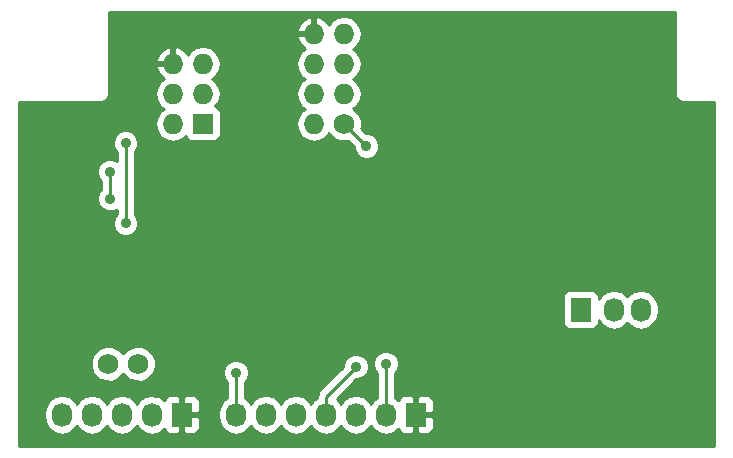
<source format=gbl>
%FSLAX46Y46*%
G04 Gerber Fmt 4.6, Leading zero omitted, Abs format (unit mm)*
G04 Created by KiCad (PCBNEW (2014-10-27 BZR 5228)-product) date 2/24/2015 9:22:20 PM*
%MOMM*%
G01*
G04 APERTURE LIST*
%ADD10C,0.100000*%
%ADD11C,1.750000*%
%ADD12R,1.727200X2.032000*%
%ADD13O,1.727200X2.032000*%
%ADD14R,1.727200X1.727200*%
%ADD15O,1.727200X1.727200*%
%ADD16C,1.727200*%
%ADD17C,0.889000*%
%ADD18C,0.406400*%
%ADD19C,0.254000*%
G04 APERTURE END LIST*
D10*
D11*
X8255000Y-30480000D03*
D12*
X48260000Y-25908000D03*
D13*
X51054000Y-25908000D03*
X53340000Y-25908000D03*
D12*
X14478000Y-34798000D03*
D13*
X11938000Y-34798000D03*
X9398000Y-34798000D03*
X6858000Y-34798000D03*
X4318000Y-34798000D03*
D12*
X34290000Y-34798000D03*
D13*
X31750000Y-34798000D03*
X29210000Y-34798000D03*
X26670000Y-34798000D03*
X24130000Y-34798000D03*
X21590000Y-34798000D03*
X19050000Y-34798000D03*
D14*
X16256000Y-10160000D03*
D15*
X13716000Y-10160000D03*
X16256000Y-7620000D03*
X13716000Y-7620000D03*
X16256000Y-5080000D03*
X13716000Y-5080000D03*
D16*
X28194000Y-10160000D03*
D15*
X25654000Y-10160000D03*
X28194000Y-7620000D03*
X25654000Y-7620000D03*
X28194000Y-5080000D03*
X25654000Y-5080000D03*
X28194000Y-2540000D03*
X25654000Y-2540000D03*
D11*
X10795000Y-30480000D03*
D17*
X51054000Y-17526000D03*
X37084000Y-14986000D03*
X6858000Y-26924000D03*
X3810000Y-26924000D03*
X3810000Y-15748000D03*
X9144000Y-8128000D03*
X18986500Y-22415500D03*
X22733000Y-21717000D03*
X17018000Y-24384000D03*
X13462000Y-13462000D03*
X20891500Y-8445500D03*
X21463000Y-2540000D03*
X20891500Y-5016500D03*
X18605500Y-11493500D03*
X13208000Y-20828000D03*
X8382000Y-16510000D03*
X8382000Y-14224000D03*
X30099000Y-12065000D03*
X31750000Y-30480000D03*
X9715500Y-11811000D03*
X9715500Y-18605500D03*
X19050000Y-31242000D03*
X29210000Y-30734000D03*
D18*
X3810000Y-26924000D02*
X6858000Y-26924000D01*
X14478000Y-31242000D02*
X10160000Y-26924000D01*
X10160000Y-26924000D02*
X6858000Y-26924000D01*
X14478000Y-31242000D02*
X14478000Y-34798000D01*
X3810000Y-15748000D02*
X3810000Y-13462000D01*
X12192000Y-5080000D02*
X13716000Y-5080000D01*
X12192000Y-5080000D02*
X9144000Y-8128000D01*
X9144000Y-8128000D02*
X3810000Y-13462000D01*
X17018000Y-24384000D02*
X18986500Y-22415500D01*
X16637000Y-13462000D02*
X13462000Y-13462000D01*
X20891500Y-8445500D02*
X18605500Y-10731500D01*
X21463000Y-2540000D02*
X20891500Y-3111500D01*
X25654000Y-2540000D02*
X21463000Y-2540000D01*
X20891500Y-3111500D02*
X20891500Y-5016500D01*
X20891500Y-8445500D02*
X20891500Y-5016500D01*
X18605500Y-10731500D02*
X18605500Y-11493500D01*
X18605500Y-11493500D02*
X16637000Y-13462000D01*
D19*
X8382000Y-16510000D02*
X8382000Y-14224000D01*
X30099000Y-12065000D02*
X28194000Y-10160000D01*
X31750000Y-34798000D02*
X31750000Y-30480000D01*
X9715500Y-18605500D02*
X9715500Y-11811000D01*
X19050000Y-34798000D02*
X19050000Y-31242000D01*
X26670000Y-33274000D02*
X26670000Y-34798000D01*
X29210000Y-30734000D02*
X26670000Y-33274000D01*
G36*
X59513000Y-37415000D02*
X54838600Y-37415000D01*
X54838600Y-26092745D01*
X54838600Y-25723255D01*
X54724526Y-25149766D01*
X54399670Y-24663585D01*
X53913489Y-24338729D01*
X53340000Y-24224655D01*
X52766511Y-24338729D01*
X52280330Y-24663585D01*
X52197000Y-24788297D01*
X52113670Y-24663585D01*
X51627489Y-24338729D01*
X51054000Y-24224655D01*
X50480511Y-24338729D01*
X49994330Y-24663585D01*
X49758600Y-25016379D01*
X49758600Y-24765691D01*
X49661927Y-24532302D01*
X49483299Y-24353673D01*
X49249910Y-24257000D01*
X48997291Y-24257000D01*
X47270091Y-24257000D01*
X47036702Y-24353673D01*
X46858073Y-24532301D01*
X46761400Y-24765690D01*
X46761400Y-25018309D01*
X46761400Y-27050309D01*
X46858073Y-27283698D01*
X47036701Y-27462327D01*
X47270090Y-27559000D01*
X47522709Y-27559000D01*
X49249909Y-27559000D01*
X49483298Y-27462327D01*
X49661927Y-27283699D01*
X49758600Y-27050310D01*
X49758600Y-26799620D01*
X49994330Y-27152415D01*
X50480511Y-27477271D01*
X51054000Y-27591345D01*
X51627489Y-27477271D01*
X52113670Y-27152415D01*
X52197000Y-27027702D01*
X52280330Y-27152415D01*
X52766511Y-27477271D01*
X53340000Y-27591345D01*
X53913489Y-27477271D01*
X54399670Y-27152415D01*
X54724526Y-26666234D01*
X54838600Y-26092745D01*
X54838600Y-37415000D01*
X35788600Y-37415000D01*
X35788600Y-35940310D01*
X35788600Y-35687691D01*
X35788600Y-35083750D01*
X35788600Y-34512250D01*
X35788600Y-33908309D01*
X35788600Y-33655690D01*
X35691927Y-33422301D01*
X35513298Y-33243673D01*
X35279909Y-33147000D01*
X34575750Y-33147000D01*
X34417000Y-33305750D01*
X34417000Y-34671000D01*
X35629850Y-34671000D01*
X35788600Y-34512250D01*
X35788600Y-35083750D01*
X35629850Y-34925000D01*
X34417000Y-34925000D01*
X34417000Y-36290250D01*
X34575750Y-36449000D01*
X35279909Y-36449000D01*
X35513298Y-36352327D01*
X35691927Y-36173699D01*
X35788600Y-35940310D01*
X35788600Y-37415000D01*
X34163000Y-37415000D01*
X34163000Y-36290250D01*
X34163000Y-34925000D01*
X34143000Y-34925000D01*
X34143000Y-34671000D01*
X34163000Y-34671000D01*
X34163000Y-33305750D01*
X34004250Y-33147000D01*
X33300091Y-33147000D01*
X33066702Y-33243673D01*
X32888073Y-33422301D01*
X32824499Y-33575779D01*
X32809670Y-33553585D01*
X32512000Y-33354688D01*
X32512000Y-31244641D01*
X32664622Y-31092286D01*
X32829313Y-30695668D01*
X32829687Y-30266216D01*
X32665689Y-29869311D01*
X32362286Y-29565378D01*
X31965668Y-29400687D01*
X31536216Y-29400313D01*
X31178687Y-29548041D01*
X31178687Y-11851216D01*
X31014689Y-11454311D01*
X30711286Y-11150378D01*
X30314668Y-10985687D01*
X30097127Y-10985497D01*
X29656745Y-10545115D01*
X29692339Y-10459398D01*
X29692859Y-9863218D01*
X29465192Y-9312220D01*
X29043997Y-8890290D01*
X29006004Y-8874514D01*
X29253670Y-8709029D01*
X29578526Y-8222848D01*
X29692600Y-7649359D01*
X29692600Y-7590641D01*
X29578526Y-7017152D01*
X29253670Y-6530971D01*
X28982827Y-6350000D01*
X29253670Y-6169029D01*
X29578526Y-5682848D01*
X29692600Y-5109359D01*
X29692600Y-5050641D01*
X29578526Y-4477152D01*
X29253670Y-3990971D01*
X28982827Y-3810000D01*
X29253670Y-3629029D01*
X29578526Y-3142848D01*
X29692600Y-2569359D01*
X29692600Y-2510641D01*
X29578526Y-1937152D01*
X29253670Y-1450971D01*
X28767489Y-1126115D01*
X28194000Y-1012041D01*
X27620511Y-1126115D01*
X27134330Y-1450971D01*
X26918336Y-1774228D01*
X26860821Y-1651510D01*
X26428947Y-1257312D01*
X26013026Y-1085042D01*
X25781000Y-1206183D01*
X25781000Y-2413000D01*
X25801000Y-2413000D01*
X25801000Y-2667000D01*
X25781000Y-2667000D01*
X25781000Y-2687000D01*
X25527000Y-2687000D01*
X25527000Y-2667000D01*
X25527000Y-2413000D01*
X25527000Y-1206183D01*
X25294974Y-1085042D01*
X24879053Y-1257312D01*
X24447179Y-1651510D01*
X24199032Y-2180973D01*
X24319531Y-2413000D01*
X25527000Y-2413000D01*
X25527000Y-2667000D01*
X24319531Y-2667000D01*
X24199032Y-2899027D01*
X24447179Y-3428490D01*
X24865160Y-3810007D01*
X24594330Y-3990971D01*
X24269474Y-4477152D01*
X24155400Y-5050641D01*
X24155400Y-5109359D01*
X24269474Y-5682848D01*
X24594330Y-6169029D01*
X24865172Y-6350000D01*
X24594330Y-6530971D01*
X24269474Y-7017152D01*
X24155400Y-7590641D01*
X24155400Y-7649359D01*
X24269474Y-8222848D01*
X24594330Y-8709029D01*
X24865172Y-8890000D01*
X24594330Y-9070971D01*
X24269474Y-9557152D01*
X24155400Y-10130641D01*
X24155400Y-10189359D01*
X24269474Y-10762848D01*
X24594330Y-11249029D01*
X25080511Y-11573885D01*
X25654000Y-11687959D01*
X26227489Y-11573885D01*
X26713670Y-11249029D01*
X26904489Y-10963446D01*
X26922808Y-11007780D01*
X27344003Y-11429710D01*
X27894602Y-11658339D01*
X28490782Y-11658859D01*
X28578843Y-11622473D01*
X29019500Y-12063130D01*
X29019313Y-12278784D01*
X29183311Y-12675689D01*
X29486714Y-12979622D01*
X29883332Y-13144313D01*
X30312784Y-13144687D01*
X30709689Y-12980689D01*
X31013622Y-12677286D01*
X31178313Y-12280668D01*
X31178687Y-11851216D01*
X31178687Y-29548041D01*
X31139311Y-29564311D01*
X30835378Y-29867714D01*
X30670687Y-30264332D01*
X30670313Y-30693784D01*
X30834311Y-31090689D01*
X30988000Y-31244646D01*
X30988000Y-33354688D01*
X30690330Y-33553585D01*
X30480000Y-33868365D01*
X30269670Y-33553585D01*
X29783489Y-33228729D01*
X29210000Y-33114655D01*
X28636511Y-33228729D01*
X28150330Y-33553585D01*
X27940000Y-33868365D01*
X27729670Y-33553585D01*
X27572837Y-33448792D01*
X29208131Y-31813499D01*
X29423784Y-31813687D01*
X29820689Y-31649689D01*
X30124622Y-31346286D01*
X30289313Y-30949668D01*
X30289687Y-30520216D01*
X30125689Y-30123311D01*
X29822286Y-29819378D01*
X29425668Y-29654687D01*
X28996216Y-29654313D01*
X28599311Y-29818311D01*
X28295378Y-30121714D01*
X28130687Y-30518332D01*
X28130497Y-30735871D01*
X26131185Y-32735185D01*
X25966004Y-32982395D01*
X25908000Y-33274000D01*
X25908000Y-33354688D01*
X25610330Y-33553585D01*
X25400000Y-33868365D01*
X25189670Y-33553585D01*
X24703489Y-33228729D01*
X24130000Y-33114655D01*
X23556511Y-33228729D01*
X23070330Y-33553585D01*
X22860000Y-33868365D01*
X22649670Y-33553585D01*
X22163489Y-33228729D01*
X21590000Y-33114655D01*
X21016511Y-33228729D01*
X20530330Y-33553585D01*
X20320000Y-33868365D01*
X20109670Y-33553585D01*
X19812000Y-33354688D01*
X19812000Y-32006641D01*
X19964622Y-31854286D01*
X20129313Y-31457668D01*
X20129687Y-31028216D01*
X19965689Y-30631311D01*
X19662286Y-30327378D01*
X19265668Y-30162687D01*
X18836216Y-30162313D01*
X18439311Y-30326311D01*
X18135378Y-30629714D01*
X17970687Y-31026332D01*
X17970313Y-31455784D01*
X18134311Y-31852689D01*
X18288000Y-32006646D01*
X18288000Y-33354688D01*
X17990330Y-33553585D01*
X17754600Y-33906379D01*
X17754600Y-11149910D01*
X17754600Y-10897291D01*
X17754600Y-9170091D01*
X17657927Y-8936702D01*
X17479299Y-8758073D01*
X17325473Y-8694356D01*
X17640526Y-8222848D01*
X17754600Y-7649359D01*
X17754600Y-7590641D01*
X17640526Y-7017152D01*
X17315670Y-6530971D01*
X17044827Y-6350000D01*
X17315670Y-6169029D01*
X17640526Y-5682848D01*
X17754600Y-5109359D01*
X17754600Y-5050641D01*
X17640526Y-4477152D01*
X17315670Y-3990971D01*
X16829489Y-3666115D01*
X16256000Y-3552041D01*
X15682511Y-3666115D01*
X15196330Y-3990971D01*
X14980336Y-4314228D01*
X14922821Y-4191510D01*
X14490947Y-3797312D01*
X14075026Y-3625042D01*
X13843000Y-3746183D01*
X13843000Y-4953000D01*
X13863000Y-4953000D01*
X13863000Y-5207000D01*
X13843000Y-5207000D01*
X13843000Y-5227000D01*
X13589000Y-5227000D01*
X13589000Y-5207000D01*
X13589000Y-4953000D01*
X13589000Y-3746183D01*
X13356974Y-3625042D01*
X12941053Y-3797312D01*
X12509179Y-4191510D01*
X12261032Y-4720973D01*
X12381531Y-4953000D01*
X13589000Y-4953000D01*
X13589000Y-5207000D01*
X12381531Y-5207000D01*
X12261032Y-5439027D01*
X12509179Y-5968490D01*
X12927160Y-6350007D01*
X12656330Y-6530971D01*
X12331474Y-7017152D01*
X12217400Y-7590641D01*
X12217400Y-7649359D01*
X12331474Y-8222848D01*
X12656330Y-8709029D01*
X12927172Y-8890000D01*
X12656330Y-9070971D01*
X12331474Y-9557152D01*
X12217400Y-10130641D01*
X12217400Y-10189359D01*
X12331474Y-10762848D01*
X12656330Y-11249029D01*
X13142511Y-11573885D01*
X13716000Y-11687959D01*
X14289489Y-11573885D01*
X14775670Y-11249029D01*
X14789736Y-11227976D01*
X14854073Y-11383298D01*
X15032701Y-11561927D01*
X15266090Y-11658600D01*
X15518709Y-11658600D01*
X17245909Y-11658600D01*
X17479298Y-11561927D01*
X17657927Y-11383299D01*
X17754600Y-11149910D01*
X17754600Y-33906379D01*
X17665474Y-34039766D01*
X17551400Y-34613255D01*
X17551400Y-34982745D01*
X17665474Y-35556234D01*
X17990330Y-36042415D01*
X18476511Y-36367271D01*
X19050000Y-36481345D01*
X19623489Y-36367271D01*
X20109670Y-36042415D01*
X20320000Y-35727634D01*
X20530330Y-36042415D01*
X21016511Y-36367271D01*
X21590000Y-36481345D01*
X22163489Y-36367271D01*
X22649670Y-36042415D01*
X22860000Y-35727634D01*
X23070330Y-36042415D01*
X23556511Y-36367271D01*
X24130000Y-36481345D01*
X24703489Y-36367271D01*
X25189670Y-36042415D01*
X25400000Y-35727634D01*
X25610330Y-36042415D01*
X26096511Y-36367271D01*
X26670000Y-36481345D01*
X27243489Y-36367271D01*
X27729670Y-36042415D01*
X27940000Y-35727634D01*
X28150330Y-36042415D01*
X28636511Y-36367271D01*
X29210000Y-36481345D01*
X29783489Y-36367271D01*
X30269670Y-36042415D01*
X30480000Y-35727634D01*
X30690330Y-36042415D01*
X31176511Y-36367271D01*
X31750000Y-36481345D01*
X32323489Y-36367271D01*
X32809670Y-36042415D01*
X32824499Y-36020220D01*
X32888073Y-36173699D01*
X33066702Y-36352327D01*
X33300091Y-36449000D01*
X34004250Y-36449000D01*
X34163000Y-36290250D01*
X34163000Y-37415000D01*
X15976600Y-37415000D01*
X15976600Y-35940310D01*
X15976600Y-35687691D01*
X15976600Y-35083750D01*
X15976600Y-34512250D01*
X15976600Y-33908309D01*
X15976600Y-33655690D01*
X15879927Y-33422301D01*
X15701298Y-33243673D01*
X15467909Y-33147000D01*
X14763750Y-33147000D01*
X14605000Y-33305750D01*
X14605000Y-34671000D01*
X15817850Y-34671000D01*
X15976600Y-34512250D01*
X15976600Y-35083750D01*
X15817850Y-34925000D01*
X14605000Y-34925000D01*
X14605000Y-36290250D01*
X14763750Y-36449000D01*
X15467909Y-36449000D01*
X15701298Y-36352327D01*
X15879927Y-36173699D01*
X15976600Y-35940310D01*
X15976600Y-37415000D01*
X14351000Y-37415000D01*
X14351000Y-36290250D01*
X14351000Y-34925000D01*
X14331000Y-34925000D01*
X14331000Y-34671000D01*
X14351000Y-34671000D01*
X14351000Y-33305750D01*
X14192250Y-33147000D01*
X13488091Y-33147000D01*
X13254702Y-33243673D01*
X13076073Y-33422301D01*
X13012499Y-33575779D01*
X12997670Y-33553585D01*
X12511489Y-33228729D01*
X12305262Y-33187707D01*
X12305262Y-30180960D01*
X12075862Y-29625771D01*
X11651463Y-29200630D01*
X11096675Y-28970262D01*
X10795187Y-28969999D01*
X10795187Y-18391716D01*
X10631189Y-17994811D01*
X10477500Y-17840853D01*
X10477500Y-12575641D01*
X10630122Y-12423286D01*
X10794813Y-12026668D01*
X10795187Y-11597216D01*
X10631189Y-11200311D01*
X10327786Y-10896378D01*
X9931168Y-10731687D01*
X9501716Y-10731313D01*
X9104811Y-10895311D01*
X8800878Y-11198714D01*
X8636187Y-11595332D01*
X8635813Y-12024784D01*
X8799811Y-12421689D01*
X8953500Y-12575646D01*
X8953500Y-13292442D01*
X8597668Y-13144687D01*
X8168216Y-13144313D01*
X7771311Y-13308311D01*
X7467378Y-13611714D01*
X7302687Y-14008332D01*
X7302313Y-14437784D01*
X7466311Y-14834689D01*
X7620000Y-14988646D01*
X7620000Y-15745358D01*
X7467378Y-15897714D01*
X7302687Y-16294332D01*
X7302313Y-16723784D01*
X7466311Y-17120689D01*
X7769714Y-17424622D01*
X8166332Y-17589313D01*
X8595784Y-17589687D01*
X8953500Y-17441881D01*
X8953500Y-17840858D01*
X8800878Y-17993214D01*
X8636187Y-18389832D01*
X8635813Y-18819284D01*
X8799811Y-19216189D01*
X9103214Y-19520122D01*
X9499832Y-19684813D01*
X9929284Y-19685187D01*
X10326189Y-19521189D01*
X10630122Y-19217786D01*
X10794813Y-18821168D01*
X10795187Y-18391716D01*
X10795187Y-28969999D01*
X10495960Y-28969738D01*
X9940771Y-29199138D01*
X9524646Y-29614536D01*
X9111463Y-29200630D01*
X8556675Y-28970262D01*
X7955960Y-28969738D01*
X7400771Y-29199138D01*
X6975630Y-29623537D01*
X6745262Y-30178325D01*
X6744738Y-30779040D01*
X6974138Y-31334229D01*
X7398537Y-31759370D01*
X7953325Y-31989738D01*
X8554040Y-31990262D01*
X9109229Y-31760862D01*
X9525353Y-31345463D01*
X9938537Y-31759370D01*
X10493325Y-31989738D01*
X11094040Y-31990262D01*
X11649229Y-31760862D01*
X12074370Y-31336463D01*
X12304738Y-30781675D01*
X12305262Y-30180960D01*
X12305262Y-33187707D01*
X11938000Y-33114655D01*
X11364511Y-33228729D01*
X10878330Y-33553585D01*
X10668000Y-33868365D01*
X10457670Y-33553585D01*
X9971489Y-33228729D01*
X9398000Y-33114655D01*
X8824511Y-33228729D01*
X8338330Y-33553585D01*
X8128000Y-33868365D01*
X7917670Y-33553585D01*
X7431489Y-33228729D01*
X6858000Y-33114655D01*
X6284511Y-33228729D01*
X5798330Y-33553585D01*
X5588000Y-33868365D01*
X5377670Y-33553585D01*
X4891489Y-33228729D01*
X4318000Y-33114655D01*
X3744511Y-33228729D01*
X3258330Y-33553585D01*
X2933474Y-34039766D01*
X2819400Y-34613255D01*
X2819400Y-34982745D01*
X2933474Y-35556234D01*
X3258330Y-36042415D01*
X3744511Y-36367271D01*
X4318000Y-36481345D01*
X4891489Y-36367271D01*
X5377670Y-36042415D01*
X5588000Y-35727634D01*
X5798330Y-36042415D01*
X6284511Y-36367271D01*
X6858000Y-36481345D01*
X7431489Y-36367271D01*
X7917670Y-36042415D01*
X8128000Y-35727634D01*
X8338330Y-36042415D01*
X8824511Y-36367271D01*
X9398000Y-36481345D01*
X9971489Y-36367271D01*
X10457670Y-36042415D01*
X10668000Y-35727634D01*
X10878330Y-36042415D01*
X11364511Y-36367271D01*
X11938000Y-36481345D01*
X12511489Y-36367271D01*
X12997670Y-36042415D01*
X13012499Y-36020220D01*
X13076073Y-36173699D01*
X13254702Y-36352327D01*
X13488091Y-36449000D01*
X14192250Y-36449000D01*
X14351000Y-36290250D01*
X14351000Y-37415000D01*
X685000Y-37415000D01*
X685000Y-8305000D01*
X7620000Y-8305000D01*
X7882138Y-8252857D01*
X8104368Y-8104368D01*
X8252857Y-7882138D01*
X8305000Y-7620000D01*
X8305000Y-685000D01*
X56211000Y-685000D01*
X56211000Y-7620000D01*
X56263143Y-7882138D01*
X56411632Y-8104368D01*
X56633862Y-8252857D01*
X56896000Y-8305000D01*
X59513000Y-8305000D01*
X59513000Y-37415000D01*
X59513000Y-37415000D01*
G37*
X59513000Y-37415000D02*
X54838600Y-37415000D01*
X54838600Y-26092745D01*
X54838600Y-25723255D01*
X54724526Y-25149766D01*
X54399670Y-24663585D01*
X53913489Y-24338729D01*
X53340000Y-24224655D01*
X52766511Y-24338729D01*
X52280330Y-24663585D01*
X52197000Y-24788297D01*
X52113670Y-24663585D01*
X51627489Y-24338729D01*
X51054000Y-24224655D01*
X50480511Y-24338729D01*
X49994330Y-24663585D01*
X49758600Y-25016379D01*
X49758600Y-24765691D01*
X49661927Y-24532302D01*
X49483299Y-24353673D01*
X49249910Y-24257000D01*
X48997291Y-24257000D01*
X47270091Y-24257000D01*
X47036702Y-24353673D01*
X46858073Y-24532301D01*
X46761400Y-24765690D01*
X46761400Y-25018309D01*
X46761400Y-27050309D01*
X46858073Y-27283698D01*
X47036701Y-27462327D01*
X47270090Y-27559000D01*
X47522709Y-27559000D01*
X49249909Y-27559000D01*
X49483298Y-27462327D01*
X49661927Y-27283699D01*
X49758600Y-27050310D01*
X49758600Y-26799620D01*
X49994330Y-27152415D01*
X50480511Y-27477271D01*
X51054000Y-27591345D01*
X51627489Y-27477271D01*
X52113670Y-27152415D01*
X52197000Y-27027702D01*
X52280330Y-27152415D01*
X52766511Y-27477271D01*
X53340000Y-27591345D01*
X53913489Y-27477271D01*
X54399670Y-27152415D01*
X54724526Y-26666234D01*
X54838600Y-26092745D01*
X54838600Y-37415000D01*
X35788600Y-37415000D01*
X35788600Y-35940310D01*
X35788600Y-35687691D01*
X35788600Y-35083750D01*
X35788600Y-34512250D01*
X35788600Y-33908309D01*
X35788600Y-33655690D01*
X35691927Y-33422301D01*
X35513298Y-33243673D01*
X35279909Y-33147000D01*
X34575750Y-33147000D01*
X34417000Y-33305750D01*
X34417000Y-34671000D01*
X35629850Y-34671000D01*
X35788600Y-34512250D01*
X35788600Y-35083750D01*
X35629850Y-34925000D01*
X34417000Y-34925000D01*
X34417000Y-36290250D01*
X34575750Y-36449000D01*
X35279909Y-36449000D01*
X35513298Y-36352327D01*
X35691927Y-36173699D01*
X35788600Y-35940310D01*
X35788600Y-37415000D01*
X34163000Y-37415000D01*
X34163000Y-36290250D01*
X34163000Y-34925000D01*
X34143000Y-34925000D01*
X34143000Y-34671000D01*
X34163000Y-34671000D01*
X34163000Y-33305750D01*
X34004250Y-33147000D01*
X33300091Y-33147000D01*
X33066702Y-33243673D01*
X32888073Y-33422301D01*
X32824499Y-33575779D01*
X32809670Y-33553585D01*
X32512000Y-33354688D01*
X32512000Y-31244641D01*
X32664622Y-31092286D01*
X32829313Y-30695668D01*
X32829687Y-30266216D01*
X32665689Y-29869311D01*
X32362286Y-29565378D01*
X31965668Y-29400687D01*
X31536216Y-29400313D01*
X31178687Y-29548041D01*
X31178687Y-11851216D01*
X31014689Y-11454311D01*
X30711286Y-11150378D01*
X30314668Y-10985687D01*
X30097127Y-10985497D01*
X29656745Y-10545115D01*
X29692339Y-10459398D01*
X29692859Y-9863218D01*
X29465192Y-9312220D01*
X29043997Y-8890290D01*
X29006004Y-8874514D01*
X29253670Y-8709029D01*
X29578526Y-8222848D01*
X29692600Y-7649359D01*
X29692600Y-7590641D01*
X29578526Y-7017152D01*
X29253670Y-6530971D01*
X28982827Y-6350000D01*
X29253670Y-6169029D01*
X29578526Y-5682848D01*
X29692600Y-5109359D01*
X29692600Y-5050641D01*
X29578526Y-4477152D01*
X29253670Y-3990971D01*
X28982827Y-3810000D01*
X29253670Y-3629029D01*
X29578526Y-3142848D01*
X29692600Y-2569359D01*
X29692600Y-2510641D01*
X29578526Y-1937152D01*
X29253670Y-1450971D01*
X28767489Y-1126115D01*
X28194000Y-1012041D01*
X27620511Y-1126115D01*
X27134330Y-1450971D01*
X26918336Y-1774228D01*
X26860821Y-1651510D01*
X26428947Y-1257312D01*
X26013026Y-1085042D01*
X25781000Y-1206183D01*
X25781000Y-2413000D01*
X25801000Y-2413000D01*
X25801000Y-2667000D01*
X25781000Y-2667000D01*
X25781000Y-2687000D01*
X25527000Y-2687000D01*
X25527000Y-2667000D01*
X25527000Y-2413000D01*
X25527000Y-1206183D01*
X25294974Y-1085042D01*
X24879053Y-1257312D01*
X24447179Y-1651510D01*
X24199032Y-2180973D01*
X24319531Y-2413000D01*
X25527000Y-2413000D01*
X25527000Y-2667000D01*
X24319531Y-2667000D01*
X24199032Y-2899027D01*
X24447179Y-3428490D01*
X24865160Y-3810007D01*
X24594330Y-3990971D01*
X24269474Y-4477152D01*
X24155400Y-5050641D01*
X24155400Y-5109359D01*
X24269474Y-5682848D01*
X24594330Y-6169029D01*
X24865172Y-6350000D01*
X24594330Y-6530971D01*
X24269474Y-7017152D01*
X24155400Y-7590641D01*
X24155400Y-7649359D01*
X24269474Y-8222848D01*
X24594330Y-8709029D01*
X24865172Y-8890000D01*
X24594330Y-9070971D01*
X24269474Y-9557152D01*
X24155400Y-10130641D01*
X24155400Y-10189359D01*
X24269474Y-10762848D01*
X24594330Y-11249029D01*
X25080511Y-11573885D01*
X25654000Y-11687959D01*
X26227489Y-11573885D01*
X26713670Y-11249029D01*
X26904489Y-10963446D01*
X26922808Y-11007780D01*
X27344003Y-11429710D01*
X27894602Y-11658339D01*
X28490782Y-11658859D01*
X28578843Y-11622473D01*
X29019500Y-12063130D01*
X29019313Y-12278784D01*
X29183311Y-12675689D01*
X29486714Y-12979622D01*
X29883332Y-13144313D01*
X30312784Y-13144687D01*
X30709689Y-12980689D01*
X31013622Y-12677286D01*
X31178313Y-12280668D01*
X31178687Y-11851216D01*
X31178687Y-29548041D01*
X31139311Y-29564311D01*
X30835378Y-29867714D01*
X30670687Y-30264332D01*
X30670313Y-30693784D01*
X30834311Y-31090689D01*
X30988000Y-31244646D01*
X30988000Y-33354688D01*
X30690330Y-33553585D01*
X30480000Y-33868365D01*
X30269670Y-33553585D01*
X29783489Y-33228729D01*
X29210000Y-33114655D01*
X28636511Y-33228729D01*
X28150330Y-33553585D01*
X27940000Y-33868365D01*
X27729670Y-33553585D01*
X27572837Y-33448792D01*
X29208131Y-31813499D01*
X29423784Y-31813687D01*
X29820689Y-31649689D01*
X30124622Y-31346286D01*
X30289313Y-30949668D01*
X30289687Y-30520216D01*
X30125689Y-30123311D01*
X29822286Y-29819378D01*
X29425668Y-29654687D01*
X28996216Y-29654313D01*
X28599311Y-29818311D01*
X28295378Y-30121714D01*
X28130687Y-30518332D01*
X28130497Y-30735871D01*
X26131185Y-32735185D01*
X25966004Y-32982395D01*
X25908000Y-33274000D01*
X25908000Y-33354688D01*
X25610330Y-33553585D01*
X25400000Y-33868365D01*
X25189670Y-33553585D01*
X24703489Y-33228729D01*
X24130000Y-33114655D01*
X23556511Y-33228729D01*
X23070330Y-33553585D01*
X22860000Y-33868365D01*
X22649670Y-33553585D01*
X22163489Y-33228729D01*
X21590000Y-33114655D01*
X21016511Y-33228729D01*
X20530330Y-33553585D01*
X20320000Y-33868365D01*
X20109670Y-33553585D01*
X19812000Y-33354688D01*
X19812000Y-32006641D01*
X19964622Y-31854286D01*
X20129313Y-31457668D01*
X20129687Y-31028216D01*
X19965689Y-30631311D01*
X19662286Y-30327378D01*
X19265668Y-30162687D01*
X18836216Y-30162313D01*
X18439311Y-30326311D01*
X18135378Y-30629714D01*
X17970687Y-31026332D01*
X17970313Y-31455784D01*
X18134311Y-31852689D01*
X18288000Y-32006646D01*
X18288000Y-33354688D01*
X17990330Y-33553585D01*
X17754600Y-33906379D01*
X17754600Y-11149910D01*
X17754600Y-10897291D01*
X17754600Y-9170091D01*
X17657927Y-8936702D01*
X17479299Y-8758073D01*
X17325473Y-8694356D01*
X17640526Y-8222848D01*
X17754600Y-7649359D01*
X17754600Y-7590641D01*
X17640526Y-7017152D01*
X17315670Y-6530971D01*
X17044827Y-6350000D01*
X17315670Y-6169029D01*
X17640526Y-5682848D01*
X17754600Y-5109359D01*
X17754600Y-5050641D01*
X17640526Y-4477152D01*
X17315670Y-3990971D01*
X16829489Y-3666115D01*
X16256000Y-3552041D01*
X15682511Y-3666115D01*
X15196330Y-3990971D01*
X14980336Y-4314228D01*
X14922821Y-4191510D01*
X14490947Y-3797312D01*
X14075026Y-3625042D01*
X13843000Y-3746183D01*
X13843000Y-4953000D01*
X13863000Y-4953000D01*
X13863000Y-5207000D01*
X13843000Y-5207000D01*
X13843000Y-5227000D01*
X13589000Y-5227000D01*
X13589000Y-5207000D01*
X13589000Y-4953000D01*
X13589000Y-3746183D01*
X13356974Y-3625042D01*
X12941053Y-3797312D01*
X12509179Y-4191510D01*
X12261032Y-4720973D01*
X12381531Y-4953000D01*
X13589000Y-4953000D01*
X13589000Y-5207000D01*
X12381531Y-5207000D01*
X12261032Y-5439027D01*
X12509179Y-5968490D01*
X12927160Y-6350007D01*
X12656330Y-6530971D01*
X12331474Y-7017152D01*
X12217400Y-7590641D01*
X12217400Y-7649359D01*
X12331474Y-8222848D01*
X12656330Y-8709029D01*
X12927172Y-8890000D01*
X12656330Y-9070971D01*
X12331474Y-9557152D01*
X12217400Y-10130641D01*
X12217400Y-10189359D01*
X12331474Y-10762848D01*
X12656330Y-11249029D01*
X13142511Y-11573885D01*
X13716000Y-11687959D01*
X14289489Y-11573885D01*
X14775670Y-11249029D01*
X14789736Y-11227976D01*
X14854073Y-11383298D01*
X15032701Y-11561927D01*
X15266090Y-11658600D01*
X15518709Y-11658600D01*
X17245909Y-11658600D01*
X17479298Y-11561927D01*
X17657927Y-11383299D01*
X17754600Y-11149910D01*
X17754600Y-33906379D01*
X17665474Y-34039766D01*
X17551400Y-34613255D01*
X17551400Y-34982745D01*
X17665474Y-35556234D01*
X17990330Y-36042415D01*
X18476511Y-36367271D01*
X19050000Y-36481345D01*
X19623489Y-36367271D01*
X20109670Y-36042415D01*
X20320000Y-35727634D01*
X20530330Y-36042415D01*
X21016511Y-36367271D01*
X21590000Y-36481345D01*
X22163489Y-36367271D01*
X22649670Y-36042415D01*
X22860000Y-35727634D01*
X23070330Y-36042415D01*
X23556511Y-36367271D01*
X24130000Y-36481345D01*
X24703489Y-36367271D01*
X25189670Y-36042415D01*
X25400000Y-35727634D01*
X25610330Y-36042415D01*
X26096511Y-36367271D01*
X26670000Y-36481345D01*
X27243489Y-36367271D01*
X27729670Y-36042415D01*
X27940000Y-35727634D01*
X28150330Y-36042415D01*
X28636511Y-36367271D01*
X29210000Y-36481345D01*
X29783489Y-36367271D01*
X30269670Y-36042415D01*
X30480000Y-35727634D01*
X30690330Y-36042415D01*
X31176511Y-36367271D01*
X31750000Y-36481345D01*
X32323489Y-36367271D01*
X32809670Y-36042415D01*
X32824499Y-36020220D01*
X32888073Y-36173699D01*
X33066702Y-36352327D01*
X33300091Y-36449000D01*
X34004250Y-36449000D01*
X34163000Y-36290250D01*
X34163000Y-37415000D01*
X15976600Y-37415000D01*
X15976600Y-35940310D01*
X15976600Y-35687691D01*
X15976600Y-35083750D01*
X15976600Y-34512250D01*
X15976600Y-33908309D01*
X15976600Y-33655690D01*
X15879927Y-33422301D01*
X15701298Y-33243673D01*
X15467909Y-33147000D01*
X14763750Y-33147000D01*
X14605000Y-33305750D01*
X14605000Y-34671000D01*
X15817850Y-34671000D01*
X15976600Y-34512250D01*
X15976600Y-35083750D01*
X15817850Y-34925000D01*
X14605000Y-34925000D01*
X14605000Y-36290250D01*
X14763750Y-36449000D01*
X15467909Y-36449000D01*
X15701298Y-36352327D01*
X15879927Y-36173699D01*
X15976600Y-35940310D01*
X15976600Y-37415000D01*
X14351000Y-37415000D01*
X14351000Y-36290250D01*
X14351000Y-34925000D01*
X14331000Y-34925000D01*
X14331000Y-34671000D01*
X14351000Y-34671000D01*
X14351000Y-33305750D01*
X14192250Y-33147000D01*
X13488091Y-33147000D01*
X13254702Y-33243673D01*
X13076073Y-33422301D01*
X13012499Y-33575779D01*
X12997670Y-33553585D01*
X12511489Y-33228729D01*
X12305262Y-33187707D01*
X12305262Y-30180960D01*
X12075862Y-29625771D01*
X11651463Y-29200630D01*
X11096675Y-28970262D01*
X10795187Y-28969999D01*
X10795187Y-18391716D01*
X10631189Y-17994811D01*
X10477500Y-17840853D01*
X10477500Y-12575641D01*
X10630122Y-12423286D01*
X10794813Y-12026668D01*
X10795187Y-11597216D01*
X10631189Y-11200311D01*
X10327786Y-10896378D01*
X9931168Y-10731687D01*
X9501716Y-10731313D01*
X9104811Y-10895311D01*
X8800878Y-11198714D01*
X8636187Y-11595332D01*
X8635813Y-12024784D01*
X8799811Y-12421689D01*
X8953500Y-12575646D01*
X8953500Y-13292442D01*
X8597668Y-13144687D01*
X8168216Y-13144313D01*
X7771311Y-13308311D01*
X7467378Y-13611714D01*
X7302687Y-14008332D01*
X7302313Y-14437784D01*
X7466311Y-14834689D01*
X7620000Y-14988646D01*
X7620000Y-15745358D01*
X7467378Y-15897714D01*
X7302687Y-16294332D01*
X7302313Y-16723784D01*
X7466311Y-17120689D01*
X7769714Y-17424622D01*
X8166332Y-17589313D01*
X8595784Y-17589687D01*
X8953500Y-17441881D01*
X8953500Y-17840858D01*
X8800878Y-17993214D01*
X8636187Y-18389832D01*
X8635813Y-18819284D01*
X8799811Y-19216189D01*
X9103214Y-19520122D01*
X9499832Y-19684813D01*
X9929284Y-19685187D01*
X10326189Y-19521189D01*
X10630122Y-19217786D01*
X10794813Y-18821168D01*
X10795187Y-18391716D01*
X10795187Y-28969999D01*
X10495960Y-28969738D01*
X9940771Y-29199138D01*
X9524646Y-29614536D01*
X9111463Y-29200630D01*
X8556675Y-28970262D01*
X7955960Y-28969738D01*
X7400771Y-29199138D01*
X6975630Y-29623537D01*
X6745262Y-30178325D01*
X6744738Y-30779040D01*
X6974138Y-31334229D01*
X7398537Y-31759370D01*
X7953325Y-31989738D01*
X8554040Y-31990262D01*
X9109229Y-31760862D01*
X9525353Y-31345463D01*
X9938537Y-31759370D01*
X10493325Y-31989738D01*
X11094040Y-31990262D01*
X11649229Y-31760862D01*
X12074370Y-31336463D01*
X12304738Y-30781675D01*
X12305262Y-30180960D01*
X12305262Y-33187707D01*
X11938000Y-33114655D01*
X11364511Y-33228729D01*
X10878330Y-33553585D01*
X10668000Y-33868365D01*
X10457670Y-33553585D01*
X9971489Y-33228729D01*
X9398000Y-33114655D01*
X8824511Y-33228729D01*
X8338330Y-33553585D01*
X8128000Y-33868365D01*
X7917670Y-33553585D01*
X7431489Y-33228729D01*
X6858000Y-33114655D01*
X6284511Y-33228729D01*
X5798330Y-33553585D01*
X5588000Y-33868365D01*
X5377670Y-33553585D01*
X4891489Y-33228729D01*
X4318000Y-33114655D01*
X3744511Y-33228729D01*
X3258330Y-33553585D01*
X2933474Y-34039766D01*
X2819400Y-34613255D01*
X2819400Y-34982745D01*
X2933474Y-35556234D01*
X3258330Y-36042415D01*
X3744511Y-36367271D01*
X4318000Y-36481345D01*
X4891489Y-36367271D01*
X5377670Y-36042415D01*
X5588000Y-35727634D01*
X5798330Y-36042415D01*
X6284511Y-36367271D01*
X6858000Y-36481345D01*
X7431489Y-36367271D01*
X7917670Y-36042415D01*
X8128000Y-35727634D01*
X8338330Y-36042415D01*
X8824511Y-36367271D01*
X9398000Y-36481345D01*
X9971489Y-36367271D01*
X10457670Y-36042415D01*
X10668000Y-35727634D01*
X10878330Y-36042415D01*
X11364511Y-36367271D01*
X11938000Y-36481345D01*
X12511489Y-36367271D01*
X12997670Y-36042415D01*
X13012499Y-36020220D01*
X13076073Y-36173699D01*
X13254702Y-36352327D01*
X13488091Y-36449000D01*
X14192250Y-36449000D01*
X14351000Y-36290250D01*
X14351000Y-37415000D01*
X685000Y-37415000D01*
X685000Y-8305000D01*
X7620000Y-8305000D01*
X7882138Y-8252857D01*
X8104368Y-8104368D01*
X8252857Y-7882138D01*
X8305000Y-7620000D01*
X8305000Y-685000D01*
X56211000Y-685000D01*
X56211000Y-7620000D01*
X56263143Y-7882138D01*
X56411632Y-8104368D01*
X56633862Y-8252857D01*
X56896000Y-8305000D01*
X59513000Y-8305000D01*
X59513000Y-37415000D01*
M02*

</source>
